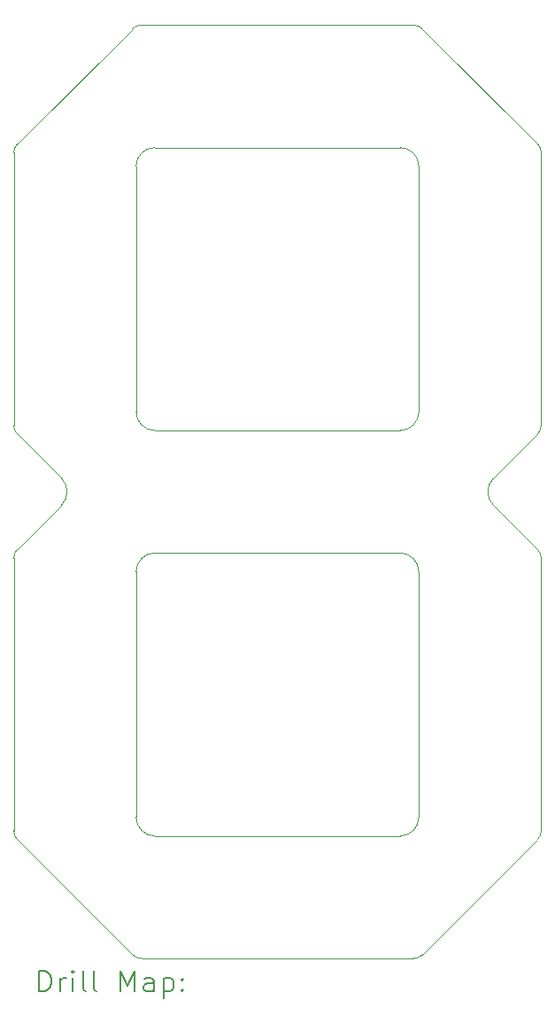
<source format=gbr>
%TF.GenerationSoftware,KiCad,Pcbnew,7.0.2*%
%TF.CreationDate,2024-08-26T22:34:50+03:00*%
%TF.ProjectId,7seg,37736567-2e6b-4696-9361-645f70636258,rev?*%
%TF.SameCoordinates,Original*%
%TF.FileFunction,Drillmap*%
%TF.FilePolarity,Positive*%
%FSLAX45Y45*%
G04 Gerber Fmt 4.5, Leading zero omitted, Abs format (unit mm)*
G04 Created by KiCad (PCBNEW 7.0.2) date 2024-08-26 22:34:50*
%MOMM*%
%LPD*%
G01*
G04 APERTURE LIST*
%ADD10C,0.100000*%
%ADD11C,0.200000*%
G04 APERTURE END LIST*
D10*
X11172500Y-9415000D02*
G75*
G03*
X11352500Y-9235000I0J180000D01*
G01*
X11302794Y-14460002D02*
G75*
G03*
X11387647Y-14424853I6J119982D01*
G01*
X8612351Y-14424855D02*
G75*
G03*
X8697206Y-14460000I84859J84875D01*
G01*
X8827500Y-13290000D02*
X11172500Y-13290000D01*
X12064779Y-9872721D02*
X12487353Y-9450147D01*
X12487353Y-6674853D02*
X11387647Y-5575147D01*
X12487355Y-9450149D02*
G75*
G03*
X12522500Y-9365294I-84875J84859D01*
G01*
X8827500Y-10585000D02*
G75*
G03*
X8647500Y-10765000I0J-180000D01*
G01*
X7512645Y-10549851D02*
G75*
G03*
X7477500Y-10634706I84875J-84859D01*
G01*
X11302794Y-5540000D02*
X8697206Y-5540000D01*
X11352500Y-10765000D02*
G75*
G03*
X11172500Y-10585000I-180000J0D01*
G01*
X7477498Y-13240294D02*
G75*
G03*
X7512647Y-13325147I119982J-6D01*
G01*
X11387647Y-14424853D02*
X12487353Y-13325147D01*
X7477500Y-10634706D02*
X7477500Y-13240294D01*
X11172500Y-13290000D02*
G75*
G03*
X11352500Y-13110000I0J180000D01*
G01*
X11352500Y-9235000D02*
X11352500Y-6890000D01*
X7935221Y-10127279D02*
G75*
G03*
X7935221Y-9872721I-127281J127279D01*
G01*
X7512647Y-9450147D02*
X7935221Y-9872721D01*
X8647500Y-9235000D02*
G75*
G03*
X8827500Y-9415000I180000J0D01*
G01*
X12064779Y-9872721D02*
G75*
G03*
X12064779Y-10127279I127281J-127279D01*
G01*
X11172500Y-6710000D02*
X8827500Y-6710000D01*
X11172500Y-10585000D02*
X8827500Y-10585000D01*
X7512645Y-6674851D02*
G75*
G03*
X7477500Y-6759706I84875J-84859D01*
G01*
X12522500Y-13240294D02*
X12522500Y-10634706D01*
X8827500Y-6710000D02*
G75*
G03*
X8647500Y-6890000I0J-180000D01*
G01*
X7477500Y-6759706D02*
X7477500Y-9365294D01*
X12522500Y-9365294D02*
X12522500Y-6759706D01*
X8647500Y-10765000D02*
X8647500Y-13110000D01*
X12522502Y-6759706D02*
G75*
G03*
X12487353Y-6674853I-119982J6D01*
G01*
X12522502Y-10634706D02*
G75*
G03*
X12487353Y-10549853I-119982J6D01*
G01*
X8827500Y-9415000D02*
X11172500Y-9415000D01*
X8647500Y-13110000D02*
G75*
G03*
X8827500Y-13290000I180000J0D01*
G01*
X8697206Y-14460000D02*
X11302794Y-14460000D01*
X8612353Y-5575147D02*
X7512647Y-6674853D01*
X8697206Y-5539998D02*
G75*
G03*
X8612353Y-5575147I-6J-119982D01*
G01*
X11352500Y-6890000D02*
G75*
G03*
X11172500Y-6710000I-180000J0D01*
G01*
X8647500Y-6890000D02*
X8647500Y-9235000D01*
X11387649Y-5575145D02*
G75*
G03*
X11302794Y-5540000I-84859J-84875D01*
G01*
X12487353Y-10549853D02*
X12064779Y-10127279D01*
X12487355Y-13325149D02*
G75*
G03*
X12522500Y-13240294I-84875J84859D01*
G01*
X11352500Y-13110000D02*
X11352500Y-10765000D01*
X7477498Y-9365294D02*
G75*
G03*
X7512647Y-9450147I119982J-6D01*
G01*
X7512647Y-13325147D02*
X8612353Y-14424853D01*
X7935221Y-10127279D02*
X7512647Y-10549853D01*
D11*
X7720117Y-14777526D02*
X7720117Y-14577526D01*
X7720117Y-14577526D02*
X7767736Y-14577526D01*
X7767736Y-14577526D02*
X7796308Y-14587049D01*
X7796308Y-14587049D02*
X7815355Y-14606097D01*
X7815355Y-14606097D02*
X7824879Y-14625145D01*
X7824879Y-14625145D02*
X7834403Y-14663240D01*
X7834403Y-14663240D02*
X7834403Y-14691811D01*
X7834403Y-14691811D02*
X7824879Y-14729907D01*
X7824879Y-14729907D02*
X7815355Y-14748954D01*
X7815355Y-14748954D02*
X7796308Y-14768002D01*
X7796308Y-14768002D02*
X7767736Y-14777526D01*
X7767736Y-14777526D02*
X7720117Y-14777526D01*
X7920117Y-14777526D02*
X7920117Y-14644192D01*
X7920117Y-14682288D02*
X7929641Y-14663240D01*
X7929641Y-14663240D02*
X7939165Y-14653716D01*
X7939165Y-14653716D02*
X7958212Y-14644192D01*
X7958212Y-14644192D02*
X7977260Y-14644192D01*
X8043927Y-14777526D02*
X8043927Y-14644192D01*
X8043927Y-14577526D02*
X8034403Y-14587049D01*
X8034403Y-14587049D02*
X8043927Y-14596573D01*
X8043927Y-14596573D02*
X8053450Y-14587049D01*
X8053450Y-14587049D02*
X8043927Y-14577526D01*
X8043927Y-14577526D02*
X8043927Y-14596573D01*
X8167736Y-14777526D02*
X8148688Y-14768002D01*
X8148688Y-14768002D02*
X8139165Y-14748954D01*
X8139165Y-14748954D02*
X8139165Y-14577526D01*
X8272498Y-14777526D02*
X8253450Y-14768002D01*
X8253450Y-14768002D02*
X8243927Y-14748954D01*
X8243927Y-14748954D02*
X8243927Y-14577526D01*
X8501070Y-14777526D02*
X8501070Y-14577526D01*
X8501070Y-14577526D02*
X8567736Y-14720383D01*
X8567736Y-14720383D02*
X8634403Y-14577526D01*
X8634403Y-14577526D02*
X8634403Y-14777526D01*
X8815355Y-14777526D02*
X8815355Y-14672764D01*
X8815355Y-14672764D02*
X8805831Y-14653716D01*
X8805831Y-14653716D02*
X8786784Y-14644192D01*
X8786784Y-14644192D02*
X8748689Y-14644192D01*
X8748689Y-14644192D02*
X8729641Y-14653716D01*
X8815355Y-14768002D02*
X8796308Y-14777526D01*
X8796308Y-14777526D02*
X8748689Y-14777526D01*
X8748689Y-14777526D02*
X8729641Y-14768002D01*
X8729641Y-14768002D02*
X8720117Y-14748954D01*
X8720117Y-14748954D02*
X8720117Y-14729907D01*
X8720117Y-14729907D02*
X8729641Y-14710859D01*
X8729641Y-14710859D02*
X8748689Y-14701335D01*
X8748689Y-14701335D02*
X8796308Y-14701335D01*
X8796308Y-14701335D02*
X8815355Y-14691811D01*
X8910593Y-14644192D02*
X8910593Y-14844192D01*
X8910593Y-14653716D02*
X8929641Y-14644192D01*
X8929641Y-14644192D02*
X8967736Y-14644192D01*
X8967736Y-14644192D02*
X8986784Y-14653716D01*
X8986784Y-14653716D02*
X8996308Y-14663240D01*
X8996308Y-14663240D02*
X9005831Y-14682288D01*
X9005831Y-14682288D02*
X9005831Y-14739430D01*
X9005831Y-14739430D02*
X8996308Y-14758478D01*
X8996308Y-14758478D02*
X8986784Y-14768002D01*
X8986784Y-14768002D02*
X8967736Y-14777526D01*
X8967736Y-14777526D02*
X8929641Y-14777526D01*
X8929641Y-14777526D02*
X8910593Y-14768002D01*
X9091546Y-14758478D02*
X9101070Y-14768002D01*
X9101070Y-14768002D02*
X9091546Y-14777526D01*
X9091546Y-14777526D02*
X9082022Y-14768002D01*
X9082022Y-14768002D02*
X9091546Y-14758478D01*
X9091546Y-14758478D02*
X9091546Y-14777526D01*
X9091546Y-14653716D02*
X9101070Y-14663240D01*
X9101070Y-14663240D02*
X9091546Y-14672764D01*
X9091546Y-14672764D02*
X9082022Y-14663240D01*
X9082022Y-14663240D02*
X9091546Y-14653716D01*
X9091546Y-14653716D02*
X9091546Y-14672764D01*
M02*

</source>
